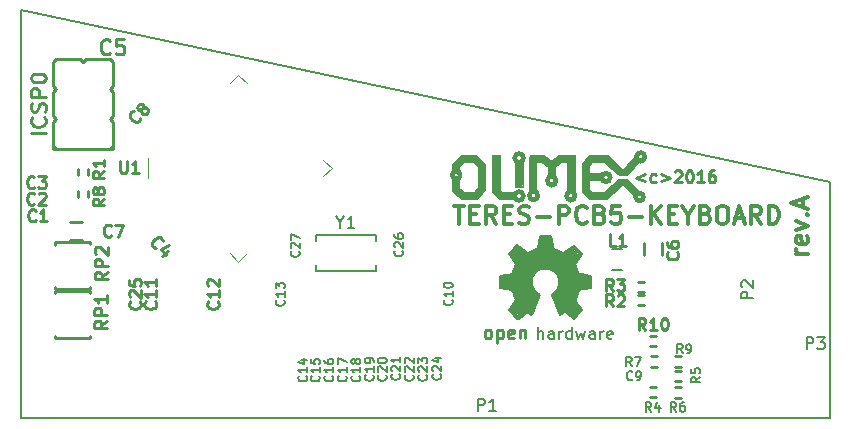
<source format=gbr>
G04 #@! TF.FileFunction,Legend,Top*
%FSLAX46Y46*%
G04 Gerber Fmt 4.6, Leading zero omitted, Abs format (unit mm)*
G04 Created by KiCad (PCBNEW 4.1.0-alpha+201608171232+7063~46~ubuntu14.04.1-product) date Tue Aug 30 16:53:00 2016*
%MOMM*%
%LPD*%
G01*
G04 APERTURE LIST*
%ADD10C,0.600000*%
%ADD11C,0.300000*%
%ADD12C,0.250000*%
%ADD13C,0.150000*%
%ADD14C,0.127000*%
%ADD15C,0.100000*%
%ADD16C,0.254000*%
%ADD17C,0.700000*%
%ADD18C,0.400000*%
%ADD19C,0.500000*%
%ADD20C,1.000000*%
%ADD21C,0.370000*%
%ADD22C,0.380000*%
%ADD23C,0.420000*%
%ADD24C,0.190500*%
%ADD25C,0.200000*%
%ADD26C,0.180000*%
G04 APERTURE END LIST*
D10*
D11*
X173652571Y-86141428D02*
X172652571Y-86141428D01*
X172938285Y-86141428D02*
X172795428Y-86070000D01*
X172724000Y-85998571D01*
X172652571Y-85855714D01*
X172652571Y-85712857D01*
X173581142Y-84641428D02*
X173652571Y-84784285D01*
X173652571Y-85070000D01*
X173581142Y-85212857D01*
X173438285Y-85284285D01*
X172866857Y-85284285D01*
X172724000Y-85212857D01*
X172652571Y-85070000D01*
X172652571Y-84784285D01*
X172724000Y-84641428D01*
X172866857Y-84570000D01*
X173009714Y-84570000D01*
X173152571Y-85284285D01*
X172652571Y-84070000D02*
X173652571Y-83712857D01*
X172652571Y-83355714D01*
X173509714Y-82784285D02*
X173581142Y-82712857D01*
X173652571Y-82784285D01*
X173581142Y-82855714D01*
X173509714Y-82784285D01*
X173652571Y-82784285D01*
X173224000Y-82141428D02*
X173224000Y-81427142D01*
X173652571Y-82284285D02*
X172152571Y-81784285D01*
X173652571Y-81284285D01*
D12*
X159828571Y-79385714D02*
X159066666Y-79671428D01*
X159828571Y-79957142D01*
X160733333Y-80004761D02*
X160638095Y-80052380D01*
X160447619Y-80052380D01*
X160352380Y-80004761D01*
X160304761Y-79957142D01*
X160257142Y-79861904D01*
X160257142Y-79576190D01*
X160304761Y-79480952D01*
X160352380Y-79433333D01*
X160447619Y-79385714D01*
X160638095Y-79385714D01*
X160733333Y-79433333D01*
X161161904Y-79385714D02*
X161923809Y-79671428D01*
X161161904Y-79957142D01*
X162352380Y-79147619D02*
X162400000Y-79100000D01*
X162495238Y-79052380D01*
X162733333Y-79052380D01*
X162828571Y-79100000D01*
X162876190Y-79147619D01*
X162923809Y-79242857D01*
X162923809Y-79338095D01*
X162876190Y-79480952D01*
X162304761Y-80052380D01*
X162923809Y-80052380D01*
X163542857Y-79052380D02*
X163638095Y-79052380D01*
X163733333Y-79100000D01*
X163780952Y-79147619D01*
X163828571Y-79242857D01*
X163876190Y-79433333D01*
X163876190Y-79671428D01*
X163828571Y-79861904D01*
X163780952Y-79957142D01*
X163733333Y-80004761D01*
X163638095Y-80052380D01*
X163542857Y-80052380D01*
X163447619Y-80004761D01*
X163400000Y-79957142D01*
X163352380Y-79861904D01*
X163304761Y-79671428D01*
X163304761Y-79433333D01*
X163352380Y-79242857D01*
X163400000Y-79147619D01*
X163447619Y-79100000D01*
X163542857Y-79052380D01*
X164828571Y-80052380D02*
X164257142Y-80052380D01*
X164542857Y-80052380D02*
X164542857Y-79052380D01*
X164447619Y-79195238D01*
X164352380Y-79290476D01*
X164257142Y-79338095D01*
X165685714Y-79052380D02*
X165495238Y-79052380D01*
X165400000Y-79100000D01*
X165352380Y-79147619D01*
X165257142Y-79290476D01*
X165209523Y-79480952D01*
X165209523Y-79861904D01*
X165257142Y-79957142D01*
X165304761Y-80004761D01*
X165400000Y-80052380D01*
X165590476Y-80052380D01*
X165685714Y-80004761D01*
X165733333Y-79957142D01*
X165780952Y-79861904D01*
X165780952Y-79623809D01*
X165733333Y-79528571D01*
X165685714Y-79480952D01*
X165590476Y-79433333D01*
X165400000Y-79433333D01*
X165304761Y-79480952D01*
X165257142Y-79528571D01*
X165209523Y-79623809D01*
D11*
X143678571Y-82046071D02*
X144535714Y-82046071D01*
X144107142Y-83546071D02*
X144107142Y-82046071D01*
X145035714Y-82760357D02*
X145535714Y-82760357D01*
X145750000Y-83546071D02*
X145035714Y-83546071D01*
X145035714Y-82046071D01*
X145750000Y-82046071D01*
X147250000Y-83546071D02*
X146750000Y-82831785D01*
X146392857Y-83546071D02*
X146392857Y-82046071D01*
X146964285Y-82046071D01*
X147107142Y-82117500D01*
X147178571Y-82188928D01*
X147250000Y-82331785D01*
X147250000Y-82546071D01*
X147178571Y-82688928D01*
X147107142Y-82760357D01*
X146964285Y-82831785D01*
X146392857Y-82831785D01*
X147892857Y-82760357D02*
X148392857Y-82760357D01*
X148607142Y-83546071D02*
X147892857Y-83546071D01*
X147892857Y-82046071D01*
X148607142Y-82046071D01*
X149178571Y-83474642D02*
X149392857Y-83546071D01*
X149750000Y-83546071D01*
X149892857Y-83474642D01*
X149964285Y-83403214D01*
X150035714Y-83260357D01*
X150035714Y-83117500D01*
X149964285Y-82974642D01*
X149892857Y-82903214D01*
X149750000Y-82831785D01*
X149464285Y-82760357D01*
X149321428Y-82688928D01*
X149250000Y-82617500D01*
X149178571Y-82474642D01*
X149178571Y-82331785D01*
X149250000Y-82188928D01*
X149321428Y-82117500D01*
X149464285Y-82046071D01*
X149821428Y-82046071D01*
X150035714Y-82117500D01*
X150678571Y-82974642D02*
X151821428Y-82974642D01*
X152535714Y-83546071D02*
X152535714Y-82046071D01*
X153107142Y-82046071D01*
X153250000Y-82117500D01*
X153321428Y-82188928D01*
X153392857Y-82331785D01*
X153392857Y-82546071D01*
X153321428Y-82688928D01*
X153250000Y-82760357D01*
X153107142Y-82831785D01*
X152535714Y-82831785D01*
X154892857Y-83403214D02*
X154821428Y-83474642D01*
X154607142Y-83546071D01*
X154464285Y-83546071D01*
X154250000Y-83474642D01*
X154107142Y-83331785D01*
X154035714Y-83188928D01*
X153964285Y-82903214D01*
X153964285Y-82688928D01*
X154035714Y-82403214D01*
X154107142Y-82260357D01*
X154250000Y-82117500D01*
X154464285Y-82046071D01*
X154607142Y-82046071D01*
X154821428Y-82117500D01*
X154892857Y-82188928D01*
X156035714Y-82760357D02*
X156250000Y-82831785D01*
X156321428Y-82903214D01*
X156392857Y-83046071D01*
X156392857Y-83260357D01*
X156321428Y-83403214D01*
X156250000Y-83474642D01*
X156107142Y-83546071D01*
X155535714Y-83546071D01*
X155535714Y-82046071D01*
X156035714Y-82046071D01*
X156178571Y-82117500D01*
X156250000Y-82188928D01*
X156321428Y-82331785D01*
X156321428Y-82474642D01*
X156250000Y-82617500D01*
X156178571Y-82688928D01*
X156035714Y-82760357D01*
X155535714Y-82760357D01*
X157750000Y-82046071D02*
X157035714Y-82046071D01*
X156964285Y-82760357D01*
X157035714Y-82688928D01*
X157178571Y-82617500D01*
X157535714Y-82617500D01*
X157678571Y-82688928D01*
X157750000Y-82760357D01*
X157821428Y-82903214D01*
X157821428Y-83260357D01*
X157750000Y-83403214D01*
X157678571Y-83474642D01*
X157535714Y-83546071D01*
X157178571Y-83546071D01*
X157035714Y-83474642D01*
X156964285Y-83403214D01*
X158464285Y-82974642D02*
X159607142Y-82974642D01*
X160321428Y-83546071D02*
X160321428Y-82046071D01*
X161178571Y-83546071D02*
X160535714Y-82688928D01*
X161178571Y-82046071D02*
X160321428Y-82903214D01*
X161821428Y-82760357D02*
X162321428Y-82760357D01*
X162535714Y-83546071D02*
X161821428Y-83546071D01*
X161821428Y-82046071D01*
X162535714Y-82046071D01*
X163464285Y-82831785D02*
X163464285Y-83546071D01*
X162964285Y-82046071D02*
X163464285Y-82831785D01*
X163964285Y-82046071D01*
X164964285Y-82760357D02*
X165178571Y-82831785D01*
X165250000Y-82903214D01*
X165321428Y-83046071D01*
X165321428Y-83260357D01*
X165250000Y-83403214D01*
X165178571Y-83474642D01*
X165035714Y-83546071D01*
X164464285Y-83546071D01*
X164464285Y-82046071D01*
X164964285Y-82046071D01*
X165107142Y-82117500D01*
X165178571Y-82188928D01*
X165250000Y-82331785D01*
X165250000Y-82474642D01*
X165178571Y-82617500D01*
X165107142Y-82688928D01*
X164964285Y-82760357D01*
X164464285Y-82760357D01*
X166250000Y-82046071D02*
X166535714Y-82046071D01*
X166678571Y-82117500D01*
X166821428Y-82260357D01*
X166892857Y-82546071D01*
X166892857Y-83046071D01*
X166821428Y-83331785D01*
X166678571Y-83474642D01*
X166535714Y-83546071D01*
X166250000Y-83546071D01*
X166107142Y-83474642D01*
X165964285Y-83331785D01*
X165892857Y-83046071D01*
X165892857Y-82546071D01*
X165964285Y-82260357D01*
X166107142Y-82117500D01*
X166250000Y-82046071D01*
X167464285Y-83117500D02*
X168178571Y-83117500D01*
X167321428Y-83546071D02*
X167821428Y-82046071D01*
X168321428Y-83546071D01*
X169678571Y-83546071D02*
X169178571Y-82831785D01*
X168821428Y-83546071D02*
X168821428Y-82046071D01*
X169392857Y-82046071D01*
X169535714Y-82117500D01*
X169607142Y-82188928D01*
X169678571Y-82331785D01*
X169678571Y-82546071D01*
X169607142Y-82688928D01*
X169535714Y-82760357D01*
X169392857Y-82831785D01*
X168821428Y-82831785D01*
X170321428Y-83546071D02*
X170321428Y-82046071D01*
X170678571Y-82046071D01*
X170892857Y-82117500D01*
X171035714Y-82260357D01*
X171107142Y-82403214D01*
X171178571Y-82688928D01*
X171178571Y-82903214D01*
X171107142Y-83188928D01*
X171035714Y-83331785D01*
X170892857Y-83474642D01*
X170678571Y-83546071D01*
X170321428Y-83546071D01*
D13*
X175514000Y-99999800D02*
X175514000Y-80010000D01*
X107010200Y-99999800D02*
X107010200Y-65506600D01*
X175514000Y-80010000D02*
X107010200Y-65506600D01*
X107010200Y-99999800D02*
X175514000Y-99999800D01*
D14*
X131960000Y-84984000D02*
X131960000Y-84476000D01*
X131960000Y-84476000D02*
X137040000Y-84476000D01*
X137040000Y-84476000D02*
X137040000Y-84984000D01*
X137040000Y-87016000D02*
X137040000Y-87524000D01*
X137040000Y-87524000D02*
X131960000Y-87524000D01*
X131960000Y-87524000D02*
X131960000Y-87016000D01*
D15*
X117749360Y-78001955D02*
X117749360Y-79699011D01*
X125386113Y-86770079D02*
X124679006Y-86062972D01*
X126093220Y-86062972D02*
X125386113Y-86770079D01*
X133305709Y-78850483D02*
X132598602Y-79557590D01*
X132598602Y-78143376D02*
X133305709Y-78850483D01*
X125386113Y-70930887D02*
X126093220Y-71637994D01*
X124679006Y-71637994D02*
X125386113Y-70930887D01*
D16*
X159733000Y-85217000D02*
X159733000Y-86233000D01*
X161257000Y-85217000D02*
X161257000Y-86233000D01*
X112141000Y-83439000D02*
X111125000Y-83439000D01*
X112141000Y-84963000D02*
X111125000Y-84963000D01*
X112270000Y-69904000D02*
X112524000Y-69650000D01*
X112524000Y-69650000D02*
X114556000Y-69650000D01*
X114556000Y-69650000D02*
X114810000Y-69904000D01*
X114810000Y-69904000D02*
X114810000Y-71936000D01*
X114810000Y-77016000D02*
X114556000Y-77270000D01*
X114810000Y-76762000D02*
X114810000Y-77270000D01*
X114810000Y-72444000D02*
X114810000Y-74476000D01*
X114810000Y-74476000D02*
X114556000Y-74730000D01*
X114556000Y-74730000D02*
X114810000Y-74984000D01*
X114810000Y-74984000D02*
X114810000Y-76762000D01*
X114810000Y-72444000D02*
X114556000Y-72190000D01*
X114556000Y-72190000D02*
X114810000Y-71936000D01*
X112270000Y-77270000D02*
X114810000Y-77270000D01*
X109730000Y-77270000D02*
X109730000Y-77016000D01*
X109984000Y-77270000D02*
X109730000Y-77016000D01*
X109730000Y-77270000D02*
X112270000Y-77270000D01*
X109730000Y-72444000D02*
X109984000Y-72190000D01*
X109730000Y-74476000D02*
X109730000Y-72444000D01*
X109984000Y-74730000D02*
X109730000Y-74476000D01*
X109730000Y-77016000D02*
X109730000Y-74984000D01*
X109730000Y-74984000D02*
X109984000Y-74730000D01*
X109984000Y-72190000D02*
X109730000Y-71936000D01*
X109730000Y-71936000D02*
X109730000Y-69904000D01*
X109730000Y-69904000D02*
X109984000Y-69650000D01*
X109984000Y-69650000D02*
X112016000Y-69650000D01*
X112016000Y-69650000D02*
X112270000Y-69904000D01*
D14*
X157015200Y-87503000D02*
X157853400Y-87503000D01*
X157015200Y-85725000D02*
X157853400Y-85725000D01*
D16*
X112687000Y-79146400D02*
X112687000Y-78892400D01*
X112687000Y-79146400D02*
X112687000Y-79400400D01*
X111798000Y-79146400D02*
X111798000Y-79400400D01*
X111798000Y-79146400D02*
X111798000Y-78892400D01*
X159449000Y-90444500D02*
X159703000Y-90444500D01*
X159449000Y-90444500D02*
X159195000Y-90444500D01*
X159449000Y-89555500D02*
X159195000Y-89555500D01*
X159449000Y-89555500D02*
X159703000Y-89555500D01*
X159449000Y-89369400D02*
X159703000Y-89369400D01*
X159449000Y-89369400D02*
X159195000Y-89369400D01*
X159449000Y-88480400D02*
X159195000Y-88480400D01*
X159449000Y-88480400D02*
X159703000Y-88480400D01*
X160529600Y-98269300D02*
X160783600Y-98269300D01*
X160529600Y-98269300D02*
X160275600Y-98269300D01*
X160529600Y-97380300D02*
X160275600Y-97380300D01*
X160529600Y-97380300D02*
X160783600Y-97380300D01*
X162603000Y-95996000D02*
X162349000Y-95996000D01*
X162603000Y-95996000D02*
X162857000Y-95996000D01*
X162603000Y-96885000D02*
X162857000Y-96885000D01*
X162603000Y-96885000D02*
X162349000Y-96885000D01*
X162603000Y-98282000D02*
X162857000Y-98282000D01*
X162603000Y-98282000D02*
X162349000Y-98282000D01*
X162603000Y-97393000D02*
X162349000Y-97393000D01*
X162603000Y-97393000D02*
X162857000Y-97393000D01*
X160631200Y-95678500D02*
X160885200Y-95678500D01*
X160631200Y-95678500D02*
X160377200Y-95678500D01*
X160631200Y-94789500D02*
X160377200Y-94789500D01*
X160631200Y-94789500D02*
X160885200Y-94789500D01*
X112706500Y-81004000D02*
X112706500Y-80750000D01*
X112706500Y-81004000D02*
X112706500Y-81258000D01*
X111817500Y-81004000D02*
X111817500Y-81258000D01*
X111817500Y-81004000D02*
X111817500Y-80750000D01*
X162596400Y-95691200D02*
X162850400Y-95691200D01*
X162596400Y-95691200D02*
X162342400Y-95691200D01*
X162596400Y-94802200D02*
X162342400Y-94802200D01*
X162596400Y-94802200D02*
X162850400Y-94802200D01*
X160500000Y-93055500D02*
X160246000Y-93055500D01*
X160500000Y-93055500D02*
X160754000Y-93055500D01*
X160500000Y-93944500D02*
X160754000Y-93944500D01*
X160500000Y-93944500D02*
X160246000Y-93944500D01*
X109880400Y-93243400D02*
X109880400Y-93027500D01*
X112826800Y-93243400D02*
X109880400Y-93243400D01*
X112826800Y-93052900D02*
X112826800Y-93243400D01*
X109880400Y-89230200D02*
X109880400Y-89446100D01*
X112826800Y-89255600D02*
X112826800Y-89433400D01*
X112826800Y-89242900D02*
X109880400Y-89242900D01*
X109905800Y-89128600D02*
X109905800Y-88912700D01*
X112852200Y-89128600D02*
X109905800Y-89128600D01*
X112852200Y-88938100D02*
X112852200Y-89128600D01*
X109905800Y-85115400D02*
X109905800Y-85331300D01*
X112852200Y-85140800D02*
X112852200Y-85318600D01*
X112852200Y-85128100D02*
X109905800Y-85128100D01*
D15*
X155244800Y-77736700D02*
X156616400Y-77736700D01*
X156616400Y-77736700D02*
X156667200Y-77736700D01*
X156667200Y-77736700D02*
X157924500Y-78981300D01*
X153720800Y-77851000D02*
X153822400Y-77851000D01*
X153873200Y-77787500D02*
X153873200Y-77774800D01*
X153873200Y-77774800D02*
X152577800Y-77774800D01*
X152577800Y-77774800D02*
X152552400Y-77774800D01*
X152552400Y-77774800D02*
X151930100Y-78270100D01*
X153873200Y-80797400D02*
X153873200Y-77787500D01*
X150215600Y-77838300D02*
X150139400Y-77838300D01*
X150063200Y-77774800D02*
X151307800Y-77774800D01*
X151307800Y-77774800D02*
X151892000Y-78257400D01*
X150063200Y-80772000D02*
X150063200Y-77787500D01*
X149326600Y-80365600D02*
X149415500Y-80365600D01*
X148983700Y-80365600D02*
X148920200Y-80365600D01*
X148844000Y-80429100D02*
X149453600Y-80429100D01*
X149453600Y-80429100D02*
X149479000Y-80429100D01*
X149479000Y-80429100D02*
X149479000Y-78409800D01*
X148844000Y-78409800D02*
X148844000Y-80429100D01*
X147345400Y-77800200D02*
X147459700Y-77800200D01*
X147218400Y-77724000D02*
X147523200Y-77724000D01*
X147523200Y-77724000D02*
X147523200Y-80759300D01*
X147040600Y-77812900D02*
X146977100Y-77800200D01*
X146926300Y-77724000D02*
X146913600Y-77724000D01*
X146913600Y-77724000D02*
X146900900Y-77724000D01*
X146900900Y-77724000D02*
X146900900Y-80873600D01*
X147205700Y-77724000D02*
X146926300Y-77724000D01*
D17*
X147205700Y-80797400D02*
X147205700Y-78066900D01*
X153543000Y-78079600D02*
X153543000Y-80683100D01*
X145427700Y-78066900D02*
X144424400Y-78066900D01*
X146050000Y-78676500D02*
X146050000Y-80606900D01*
X143827500Y-78714600D02*
X143827500Y-78955900D01*
X143827500Y-80683100D02*
X144411700Y-81254600D01*
X143840200Y-80695800D02*
X143840200Y-79933800D01*
X144399000Y-81254600D02*
X145440400Y-81254600D01*
D18*
X156887159Y-79641700D02*
G75*
G03X156887159Y-79641700I-359659J0D01*
G01*
D17*
X156019500Y-79641700D02*
X154800300Y-79641700D01*
D18*
X159820635Y-77901800D02*
G75*
G03X159820635Y-77901800I-359435J0D01*
G01*
D17*
X159092900Y-78257400D02*
X158229300Y-79151100D01*
D19*
X157670500Y-79248000D02*
X158229300Y-79248000D01*
D17*
X156552900Y-78066900D02*
X157645100Y-79133700D01*
X155331000Y-78066900D02*
X156552900Y-78066900D01*
X154800300Y-78549500D02*
X155282900Y-78041500D01*
X154800300Y-78574900D02*
X154800300Y-80810100D01*
X154800300Y-80810100D02*
X155232100Y-81241900D01*
X155232100Y-81241900D02*
X156552900Y-81241900D01*
X156552900Y-81241900D02*
X157695900Y-80124300D01*
D19*
X157695900Y-80022700D02*
X158229300Y-80022700D01*
D17*
X159042100Y-80937100D02*
X158203900Y-80124300D01*
D18*
X159701766Y-81292700D02*
G75*
G03X159701766Y-81292700I-329466J0D01*
G01*
X153906229Y-81203800D02*
G75*
G03X153906229Y-81203800I-363229J0D01*
G01*
D17*
X152641300Y-78092300D02*
X153530300Y-78092300D01*
D18*
X152301018Y-79921100D02*
G75*
G03X152301018Y-79921100I-370918J0D01*
G01*
D17*
X152006300Y-78600300D02*
X152641300Y-78092300D01*
X151930100Y-79387700D02*
X151930100Y-78676500D01*
X151218900Y-78092300D02*
X151828500Y-78600300D01*
X150380700Y-78092300D02*
X151218900Y-78092300D01*
X150380700Y-80683100D02*
X150380700Y-78092300D01*
D18*
X150753059Y-81191100D02*
G75*
G03X150753059Y-81191100I-359659J0D01*
G01*
X149547718Y-77990700D02*
G75*
G03X149547718Y-77990700I-373518J0D01*
G01*
D17*
X149161500Y-78524100D02*
X149161500Y-80124300D01*
D18*
X149527824Y-81216500D02*
G75*
G03X149527824Y-81216500I-366324J0D01*
G01*
D17*
X148648700Y-81241900D02*
X147662900Y-81241900D01*
X147662900Y-81241900D02*
X147205700Y-80784700D01*
X146037300Y-80645000D02*
X145478500Y-81229200D01*
X145427700Y-78079600D02*
X146062700Y-78689200D01*
X143827500Y-78663800D02*
X144335500Y-78155800D01*
D18*
X144177647Y-79438500D02*
G75*
G03X144177647Y-79438500I-337447J0D01*
G01*
D20*
X152563320Y-89666800D02*
X152896060Y-90398320D01*
X152563320Y-89758240D02*
X153744420Y-90771700D01*
X152677620Y-89621080D02*
X153294840Y-89948740D01*
X152997660Y-89201980D02*
X153607260Y-89308660D01*
X153833320Y-88043740D02*
X153111960Y-88191060D01*
X153592020Y-87350320D02*
X152936700Y-87716080D01*
X152723340Y-86481640D02*
X152304240Y-87068380D01*
X152136600Y-86230180D02*
X151915620Y-86915980D01*
X150871680Y-86214940D02*
X151039320Y-86824540D01*
X150437340Y-86474020D02*
X150612600Y-86832160D01*
X149439120Y-87251260D02*
X149896320Y-87540820D01*
X149263860Y-87731320D02*
X149705820Y-87891340D01*
X148938740Y-88975920D02*
X149644860Y-88848920D01*
X149187660Y-89621080D02*
X149751540Y-89141020D01*
X149853140Y-90520240D02*
X150218900Y-89758240D01*
X154643580Y-88467920D02*
X153175460Y-88554280D01*
X153652980Y-86283520D02*
X152540460Y-87350320D01*
X151387300Y-85226880D02*
X151392380Y-86740720D01*
X149126700Y-86202240D02*
X150188420Y-87309680D01*
X148141180Y-88488240D02*
X149558500Y-88427280D01*
X149177500Y-90692960D02*
X150030940Y-89671880D01*
D13*
X150193500Y-89262940D02*
X150500840Y-89529640D01*
X149863300Y-86349560D02*
X150846280Y-85856800D01*
X152042620Y-89854760D02*
X151920700Y-89570280D01*
X152179780Y-89400100D02*
X151925780Y-89565200D01*
X150678640Y-89397560D02*
X150904700Y-89572820D01*
X150310340Y-89283260D02*
X150569420Y-89621080D01*
X150086820Y-89062280D02*
X150180800Y-89232460D01*
X150086820Y-89062280D02*
X150180800Y-89232460D01*
X149949660Y-88208840D02*
X150081740Y-89031800D01*
X150373840Y-87472240D02*
X149954740Y-88203760D01*
X151245060Y-87042980D02*
X150373840Y-87472240D01*
X152060400Y-87210620D02*
X151245060Y-87050600D01*
X152570940Y-87639880D02*
X152060400Y-87210620D01*
X152804620Y-88312980D02*
X152570940Y-87639880D01*
X152799540Y-88818440D02*
X152799540Y-88300280D01*
X152423620Y-89529640D02*
X152799540Y-88818440D01*
X152245820Y-89651560D02*
X152423620Y-89529640D01*
X148974300Y-85630740D02*
X149858220Y-86352100D01*
X149218140Y-86984560D02*
X148616160Y-86075240D01*
X149213060Y-86979480D02*
X148826980Y-87977700D01*
X147683980Y-88246940D02*
X148799040Y-88000560D01*
X147826220Y-88191060D02*
X147826220Y-88841300D01*
X152202640Y-89593140D02*
X152730960Y-90974900D01*
X152593800Y-91272080D02*
X152207720Y-90291640D01*
X153122120Y-90944420D02*
X152593800Y-91272080D01*
X153805380Y-91277160D02*
X152984960Y-90748840D01*
X152941780Y-90972360D02*
X153818080Y-91592120D01*
X153828240Y-91587040D02*
X154511500Y-90896160D01*
X154224480Y-90812340D02*
X153739340Y-91343200D01*
X154257500Y-89176580D02*
X153876500Y-90157020D01*
X154153360Y-89209600D02*
X155276040Y-88998780D01*
X155291280Y-88020880D02*
X155288740Y-88978460D01*
X155207460Y-88762560D02*
X154100020Y-88986080D01*
X153904440Y-86992180D02*
X154270200Y-87860860D01*
X154519120Y-86110800D02*
X153815540Y-87101400D01*
X153820620Y-85412300D02*
X154514040Y-86103180D01*
X152804620Y-86087940D02*
X153815540Y-85414840D01*
X152118820Y-85701860D02*
X152924000Y-86039680D01*
X151902920Y-84612200D02*
X152128980Y-85783140D01*
X150937720Y-84612200D02*
X151902920Y-84612200D01*
X150927560Y-84619820D02*
X150726900Y-85645980D01*
X149939500Y-86014280D02*
X150843740Y-85635820D01*
X149004780Y-85366580D02*
X149975060Y-86082860D01*
X148318980Y-86082860D02*
X148992080Y-85369120D01*
X148339300Y-86118420D02*
X148933660Y-86971860D01*
X148600920Y-87802440D02*
X148936200Y-86969320D01*
X147531580Y-88000560D02*
X148702520Y-87797360D01*
X147534120Y-88003100D02*
X147534120Y-88988620D01*
X147534120Y-88996240D02*
X148606000Y-89191820D01*
X148296120Y-90903780D02*
X148893020Y-90040180D01*
X149025100Y-91599740D02*
X148303740Y-90906320D01*
X149858220Y-91028240D02*
X149032720Y-91592120D01*
X149870920Y-91038400D02*
X150216360Y-91259380D01*
X150254460Y-91241600D02*
X150904700Y-89572820D01*
D21*
X153820620Y-91432100D02*
X154374340Y-90886000D01*
X153754580Y-89991920D02*
X154374340Y-90878380D01*
X150498300Y-87594160D02*
G75*
G03X150574500Y-89448360I965200J-889000D01*
G01*
X152449020Y-87766880D02*
G75*
G03X150523700Y-87568760I-1061720J-863600D01*
G01*
X152068020Y-89616000D02*
G75*
G03X152438860Y-87751640I-746760J1117600D01*
G01*
X152631900Y-91058720D02*
X152057860Y-89618540D01*
X152969720Y-90873300D02*
X152631900Y-91058720D01*
X153805380Y-91439720D02*
X152969720Y-90873300D01*
X154160980Y-89080060D02*
X153754580Y-89991920D01*
X155174440Y-88909880D02*
X154160980Y-89080060D01*
X155174440Y-88074220D02*
X155174440Y-88909880D01*
X154092400Y-87845620D02*
X155174440Y-88074220D01*
X153752040Y-86908360D02*
X154092400Y-87845620D01*
X154369260Y-86118420D02*
X153752040Y-86908360D01*
X153815540Y-85569780D02*
X154369260Y-86115880D01*
X152911300Y-86202240D02*
X153815540Y-85567800D01*
X151996900Y-85757740D02*
X152898600Y-86207320D01*
X151783540Y-84739200D02*
X151996900Y-85757740D01*
X151016460Y-84718880D02*
X151801320Y-84718880D01*
X151024080Y-84731580D02*
X150818340Y-85745040D01*
X149919180Y-86171760D02*
X150765000Y-85765360D01*
X149030180Y-85529140D02*
X149858220Y-86181920D01*
D22*
X148481540Y-86087940D02*
X148981920Y-85554540D01*
D21*
X148491700Y-86110800D02*
X149047960Y-86961700D01*
X148720300Y-87878640D02*
X149068280Y-87012500D01*
X147671280Y-88094540D02*
X148689820Y-87914200D01*
D22*
X147683980Y-88107240D02*
X147678900Y-88894640D01*
D21*
X147673820Y-88884480D02*
X148623780Y-89102920D01*
X148651720Y-89125780D02*
X149009860Y-90009700D01*
X148476460Y-90886000D02*
X149009860Y-90052880D01*
D22*
X148461220Y-90886000D02*
X149025100Y-91424480D01*
D18*
X149037800Y-91424480D02*
X149817580Y-90893620D01*
D21*
X149827740Y-90875840D02*
X150145240Y-91081580D01*
D23*
X150173180Y-91061260D02*
X150724360Y-89638860D01*
D13*
X173505904Y-94178380D02*
X173505904Y-93178380D01*
X173886857Y-93178380D01*
X173982095Y-93226000D01*
X174029714Y-93273619D01*
X174077333Y-93368857D01*
X174077333Y-93511714D01*
X174029714Y-93606952D01*
X173982095Y-93654571D01*
X173886857Y-93702190D01*
X173505904Y-93702190D01*
X174410666Y-93178380D02*
X175029714Y-93178380D01*
X174696380Y-93559333D01*
X174839238Y-93559333D01*
X174934476Y-93606952D01*
X174982095Y-93654571D01*
X175029714Y-93749809D01*
X175029714Y-93987904D01*
X174982095Y-94083142D01*
X174934476Y-94130761D01*
X174839238Y-94178380D01*
X174553523Y-94178380D01*
X174458285Y-94130761D01*
X174410666Y-94083142D01*
X134023809Y-83436190D02*
X134023809Y-83912380D01*
X133690476Y-82912380D02*
X134023809Y-83436190D01*
X134357142Y-82912380D01*
X135214285Y-83912380D02*
X134642857Y-83912380D01*
X134928571Y-83912380D02*
X134928571Y-82912380D01*
X134833333Y-83055238D01*
X134738095Y-83150476D01*
X134642857Y-83198095D01*
D12*
X115379594Y-78255880D02*
X115379594Y-79065404D01*
X115427213Y-79160642D01*
X115474832Y-79208261D01*
X115570070Y-79255880D01*
X115760546Y-79255880D01*
X115855784Y-79208261D01*
X115903403Y-79160642D01*
X115951022Y-79065404D01*
X115951022Y-78255880D01*
X116951022Y-79255880D02*
X116379594Y-79255880D01*
X116665308Y-79255880D02*
X116665308Y-78255880D01*
X116570070Y-78398738D01*
X116474832Y-78493976D01*
X116379594Y-78541595D01*
X108233333Y-83257142D02*
X108185714Y-83304761D01*
X108042857Y-83352380D01*
X107947619Y-83352380D01*
X107804761Y-83304761D01*
X107709523Y-83209523D01*
X107661904Y-83114285D01*
X107614285Y-82923809D01*
X107614285Y-82780952D01*
X107661904Y-82590476D01*
X107709523Y-82495238D01*
X107804761Y-82400000D01*
X107947619Y-82352380D01*
X108042857Y-82352380D01*
X108185714Y-82400000D01*
X108233333Y-82447619D01*
X109185714Y-83352380D02*
X108614285Y-83352380D01*
X108900000Y-83352380D02*
X108900000Y-82352380D01*
X108804761Y-82495238D01*
X108709523Y-82590476D01*
X108614285Y-82638095D01*
X108133333Y-81857142D02*
X108085714Y-81904761D01*
X107942857Y-81952380D01*
X107847619Y-81952380D01*
X107704761Y-81904761D01*
X107609523Y-81809523D01*
X107561904Y-81714285D01*
X107514285Y-81523809D01*
X107514285Y-81380952D01*
X107561904Y-81190476D01*
X107609523Y-81095238D01*
X107704761Y-81000000D01*
X107847619Y-80952380D01*
X107942857Y-80952380D01*
X108085714Y-81000000D01*
X108133333Y-81047619D01*
X108514285Y-81047619D02*
X108561904Y-81000000D01*
X108657142Y-80952380D01*
X108895238Y-80952380D01*
X108990476Y-81000000D01*
X109038095Y-81047619D01*
X109085714Y-81142857D01*
X109085714Y-81238095D01*
X109038095Y-81380952D01*
X108466666Y-81952380D01*
X109085714Y-81952380D01*
X108133333Y-80457142D02*
X108085714Y-80504761D01*
X107942857Y-80552380D01*
X107847619Y-80552380D01*
X107704761Y-80504761D01*
X107609523Y-80409523D01*
X107561904Y-80314285D01*
X107514285Y-80123809D01*
X107514285Y-79980952D01*
X107561904Y-79790476D01*
X107609523Y-79695238D01*
X107704761Y-79600000D01*
X107847619Y-79552380D01*
X107942857Y-79552380D01*
X108085714Y-79600000D01*
X108133333Y-79647619D01*
X108466666Y-79552380D02*
X109085714Y-79552380D01*
X108752380Y-79933333D01*
X108895238Y-79933333D01*
X108990476Y-79980952D01*
X109038095Y-80028571D01*
X109085714Y-80123809D01*
X109085714Y-80361904D01*
X109038095Y-80457142D01*
X108990476Y-80504761D01*
X108895238Y-80552380D01*
X108609523Y-80552380D01*
X108514285Y-80504761D01*
X108466666Y-80457142D01*
X118429610Y-85634687D02*
X118362267Y-85634687D01*
X118227580Y-85567343D01*
X118160236Y-85500000D01*
X118092893Y-85365312D01*
X118092893Y-85230625D01*
X118126564Y-85129610D01*
X118227580Y-84961251D01*
X118328595Y-84860236D01*
X118496954Y-84759221D01*
X118597969Y-84725549D01*
X118732656Y-84725549D01*
X118867343Y-84792893D01*
X118934687Y-84860236D01*
X119002030Y-84994923D01*
X119002030Y-85062267D01*
X119439763Y-85836717D02*
X118968358Y-86308122D01*
X119540778Y-85398984D02*
X118867343Y-85735702D01*
X119305076Y-86173435D01*
D16*
X114532833Y-69097071D02*
X114472357Y-69157547D01*
X114290928Y-69218023D01*
X114169976Y-69218023D01*
X113988547Y-69157547D01*
X113867595Y-69036595D01*
X113807119Y-68915642D01*
X113746642Y-68673738D01*
X113746642Y-68492309D01*
X113807119Y-68250404D01*
X113867595Y-68129452D01*
X113988547Y-68008500D01*
X114169976Y-67948023D01*
X114290928Y-67948023D01*
X114472357Y-68008500D01*
X114532833Y-68068976D01*
X115681880Y-67948023D02*
X115077119Y-67948023D01*
X115016642Y-68552785D01*
X115077119Y-68492309D01*
X115198071Y-68431833D01*
X115500452Y-68431833D01*
X115621404Y-68492309D01*
X115681880Y-68552785D01*
X115742357Y-68673738D01*
X115742357Y-68976119D01*
X115681880Y-69097071D01*
X115621404Y-69157547D01*
X115500452Y-69218023D01*
X115198071Y-69218023D01*
X115077119Y-69157547D01*
X115016642Y-69097071D01*
D12*
X162557142Y-85966666D02*
X162604761Y-86014285D01*
X162652380Y-86157142D01*
X162652380Y-86252380D01*
X162604761Y-86395238D01*
X162509523Y-86490476D01*
X162414285Y-86538095D01*
X162223809Y-86585714D01*
X162080952Y-86585714D01*
X161890476Y-86538095D01*
X161795238Y-86490476D01*
X161700000Y-86395238D01*
X161652380Y-86252380D01*
X161652380Y-86157142D01*
X161700000Y-86014285D01*
X161747619Y-85966666D01*
X161652380Y-85109523D02*
X161652380Y-85300000D01*
X161700000Y-85395238D01*
X161747619Y-85442857D01*
X161890476Y-85538095D01*
X162080952Y-85585714D01*
X162461904Y-85585714D01*
X162557142Y-85538095D01*
X162604761Y-85490476D01*
X162652380Y-85395238D01*
X162652380Y-85204761D01*
X162604761Y-85109523D01*
X162557142Y-85061904D01*
X162461904Y-85014285D01*
X162223809Y-85014285D01*
X162128571Y-85061904D01*
X162080952Y-85109523D01*
X162033333Y-85204761D01*
X162033333Y-85395238D01*
X162080952Y-85490476D01*
X162128571Y-85538095D01*
X162223809Y-85585714D01*
X114633333Y-84557142D02*
X114585714Y-84604761D01*
X114442857Y-84652380D01*
X114347619Y-84652380D01*
X114204761Y-84604761D01*
X114109523Y-84509523D01*
X114061904Y-84414285D01*
X114014285Y-84223809D01*
X114014285Y-84080952D01*
X114061904Y-83890476D01*
X114109523Y-83795238D01*
X114204761Y-83700000D01*
X114347619Y-83652380D01*
X114442857Y-83652380D01*
X114585714Y-83700000D01*
X114633333Y-83747619D01*
X114966666Y-83652380D02*
X115633333Y-83652380D01*
X115204761Y-84652380D01*
X117101687Y-74601890D02*
X117101687Y-74669233D01*
X117034343Y-74803920D01*
X116967000Y-74871264D01*
X116832312Y-74938607D01*
X116697625Y-74938607D01*
X116596610Y-74904936D01*
X116428251Y-74803920D01*
X116327236Y-74702905D01*
X116226221Y-74534546D01*
X116192549Y-74433531D01*
X116192549Y-74298844D01*
X116259893Y-74164157D01*
X116327236Y-74096813D01*
X116461923Y-74029470D01*
X116529267Y-74029470D01*
X117169030Y-73861111D02*
X117068015Y-73894783D01*
X117000671Y-73894783D01*
X116899656Y-73861111D01*
X116865984Y-73827439D01*
X116832312Y-73726424D01*
X116832312Y-73659081D01*
X116865984Y-73558065D01*
X117000671Y-73423378D01*
X117101687Y-73389707D01*
X117169030Y-73389707D01*
X117270045Y-73423378D01*
X117303717Y-73457050D01*
X117337389Y-73558065D01*
X117337389Y-73625409D01*
X117303717Y-73726424D01*
X117169030Y-73861111D01*
X117135358Y-73962126D01*
X117135358Y-74029470D01*
X117169030Y-74130485D01*
X117303717Y-74265172D01*
X117404732Y-74298844D01*
X117472076Y-74298844D01*
X117573091Y-74265172D01*
X117707778Y-74130485D01*
X117741450Y-74029470D01*
X117741450Y-73962126D01*
X117707778Y-73861111D01*
X117573091Y-73726424D01*
X117472076Y-73692752D01*
X117404732Y-73692752D01*
X117303717Y-73726424D01*
D24*
X158750000Y-96728642D02*
X158713714Y-96764928D01*
X158604857Y-96801214D01*
X158532285Y-96801214D01*
X158423428Y-96764928D01*
X158350857Y-96692357D01*
X158314571Y-96619785D01*
X158278285Y-96474642D01*
X158278285Y-96365785D01*
X158314571Y-96220642D01*
X158350857Y-96148071D01*
X158423428Y-96075500D01*
X158532285Y-96039214D01*
X158604857Y-96039214D01*
X158713714Y-96075500D01*
X158750000Y-96111785D01*
X159112857Y-96801214D02*
X159258000Y-96801214D01*
X159330571Y-96764928D01*
X159366857Y-96728642D01*
X159439428Y-96619785D01*
X159475714Y-96474642D01*
X159475714Y-96184357D01*
X159439428Y-96111785D01*
X159403142Y-96075500D01*
X159330571Y-96039214D01*
X159185428Y-96039214D01*
X159112857Y-96075500D01*
X159076571Y-96111785D01*
X159040285Y-96184357D01*
X159040285Y-96365785D01*
X159076571Y-96438357D01*
X159112857Y-96474642D01*
X159185428Y-96510928D01*
X159330571Y-96510928D01*
X159403142Y-96474642D01*
X159439428Y-96438357D01*
X159475714Y-96365785D01*
X143464642Y-89989857D02*
X143500928Y-90026142D01*
X143537214Y-90135000D01*
X143537214Y-90207571D01*
X143500928Y-90316428D01*
X143428357Y-90389000D01*
X143355785Y-90425285D01*
X143210642Y-90461571D01*
X143101785Y-90461571D01*
X142956642Y-90425285D01*
X142884071Y-90389000D01*
X142811500Y-90316428D01*
X142775214Y-90207571D01*
X142775214Y-90135000D01*
X142811500Y-90026142D01*
X142847785Y-89989857D01*
X143537214Y-89264142D02*
X143537214Y-89699571D01*
X143537214Y-89481857D02*
X142775214Y-89481857D01*
X142884071Y-89554428D01*
X142956642Y-89627000D01*
X142992928Y-89699571D01*
X142775214Y-88792428D02*
X142775214Y-88719857D01*
X142811500Y-88647285D01*
X142847785Y-88611000D01*
X142920357Y-88574714D01*
X143065500Y-88538428D01*
X143246928Y-88538428D01*
X143392071Y-88574714D01*
X143464642Y-88611000D01*
X143500928Y-88647285D01*
X143537214Y-88719857D01*
X143537214Y-88792428D01*
X143500928Y-88865000D01*
X143464642Y-88901285D01*
X143392071Y-88937571D01*
X143246928Y-88973857D01*
X143065500Y-88973857D01*
X142920357Y-88937571D01*
X142847785Y-88901285D01*
X142811500Y-88865000D01*
X142775214Y-88792428D01*
D12*
X118357142Y-90142857D02*
X118404761Y-90190476D01*
X118452380Y-90333333D01*
X118452380Y-90428571D01*
X118404761Y-90571428D01*
X118309523Y-90666666D01*
X118214285Y-90714285D01*
X118023809Y-90761904D01*
X117880952Y-90761904D01*
X117690476Y-90714285D01*
X117595238Y-90666666D01*
X117500000Y-90571428D01*
X117452380Y-90428571D01*
X117452380Y-90333333D01*
X117500000Y-90190476D01*
X117547619Y-90142857D01*
X118452380Y-89190476D02*
X118452380Y-89761904D01*
X118452380Y-89476190D02*
X117452380Y-89476190D01*
X117595238Y-89571428D01*
X117690476Y-89666666D01*
X117738095Y-89761904D01*
X118452380Y-88238095D02*
X118452380Y-88809523D01*
X118452380Y-88523809D02*
X117452380Y-88523809D01*
X117595238Y-88619047D01*
X117690476Y-88714285D01*
X117738095Y-88809523D01*
X123657142Y-90142857D02*
X123704761Y-90190476D01*
X123752380Y-90333333D01*
X123752380Y-90428571D01*
X123704761Y-90571428D01*
X123609523Y-90666666D01*
X123514285Y-90714285D01*
X123323809Y-90761904D01*
X123180952Y-90761904D01*
X122990476Y-90714285D01*
X122895238Y-90666666D01*
X122800000Y-90571428D01*
X122752380Y-90428571D01*
X122752380Y-90333333D01*
X122800000Y-90190476D01*
X122847619Y-90142857D01*
X123752380Y-89190476D02*
X123752380Y-89761904D01*
X123752380Y-89476190D02*
X122752380Y-89476190D01*
X122895238Y-89571428D01*
X122990476Y-89666666D01*
X123038095Y-89761904D01*
X122847619Y-88809523D02*
X122800000Y-88761904D01*
X122752380Y-88666666D01*
X122752380Y-88428571D01*
X122800000Y-88333333D01*
X122847619Y-88285714D01*
X122942857Y-88238095D01*
X123038095Y-88238095D01*
X123180952Y-88285714D01*
X123752380Y-88857142D01*
X123752380Y-88238095D01*
D24*
X129240642Y-90024857D02*
X129276928Y-90061142D01*
X129313214Y-90170000D01*
X129313214Y-90242571D01*
X129276928Y-90351428D01*
X129204357Y-90424000D01*
X129131785Y-90460285D01*
X128986642Y-90496571D01*
X128877785Y-90496571D01*
X128732642Y-90460285D01*
X128660071Y-90424000D01*
X128587500Y-90351428D01*
X128551214Y-90242571D01*
X128551214Y-90170000D01*
X128587500Y-90061142D01*
X128623785Y-90024857D01*
X129313214Y-89299142D02*
X129313214Y-89734571D01*
X129313214Y-89516857D02*
X128551214Y-89516857D01*
X128660071Y-89589428D01*
X128732642Y-89662000D01*
X128768928Y-89734571D01*
X128551214Y-89045142D02*
X128551214Y-88573428D01*
X128841500Y-88827428D01*
X128841500Y-88718571D01*
X128877785Y-88646000D01*
X128914071Y-88609714D01*
X128986642Y-88573428D01*
X129168071Y-88573428D01*
X129240642Y-88609714D01*
X129276928Y-88646000D01*
X129313214Y-88718571D01*
X129313214Y-88936285D01*
X129276928Y-89008857D01*
X129240642Y-89045142D01*
X131145642Y-96438357D02*
X131181928Y-96474642D01*
X131218214Y-96583500D01*
X131218214Y-96656071D01*
X131181928Y-96764928D01*
X131109357Y-96837500D01*
X131036785Y-96873785D01*
X130891642Y-96910071D01*
X130782785Y-96910071D01*
X130637642Y-96873785D01*
X130565071Y-96837500D01*
X130492500Y-96764928D01*
X130456214Y-96656071D01*
X130456214Y-96583500D01*
X130492500Y-96474642D01*
X130528785Y-96438357D01*
X131218214Y-95712642D02*
X131218214Y-96148071D01*
X131218214Y-95930357D02*
X130456214Y-95930357D01*
X130565071Y-96002928D01*
X130637642Y-96075500D01*
X130673928Y-96148071D01*
X130710214Y-95059500D02*
X131218214Y-95059500D01*
X130419928Y-95240928D02*
X130964214Y-95422357D01*
X130964214Y-94950642D01*
X132225142Y-96438357D02*
X132261428Y-96474642D01*
X132297714Y-96583500D01*
X132297714Y-96656071D01*
X132261428Y-96764928D01*
X132188857Y-96837500D01*
X132116285Y-96873785D01*
X131971142Y-96910071D01*
X131862285Y-96910071D01*
X131717142Y-96873785D01*
X131644571Y-96837500D01*
X131572000Y-96764928D01*
X131535714Y-96656071D01*
X131535714Y-96583500D01*
X131572000Y-96474642D01*
X131608285Y-96438357D01*
X132297714Y-95712642D02*
X132297714Y-96148071D01*
X132297714Y-95930357D02*
X131535714Y-95930357D01*
X131644571Y-96002928D01*
X131717142Y-96075500D01*
X131753428Y-96148071D01*
X131535714Y-95023214D02*
X131535714Y-95386071D01*
X131898571Y-95422357D01*
X131862285Y-95386071D01*
X131826000Y-95313500D01*
X131826000Y-95132071D01*
X131862285Y-95059500D01*
X131898571Y-95023214D01*
X131971142Y-94986928D01*
X132152571Y-94986928D01*
X132225142Y-95023214D01*
X132261428Y-95059500D01*
X132297714Y-95132071D01*
X132297714Y-95313500D01*
X132261428Y-95386071D01*
X132225142Y-95422357D01*
X133368142Y-96438357D02*
X133404428Y-96474642D01*
X133440714Y-96583500D01*
X133440714Y-96656071D01*
X133404428Y-96764928D01*
X133331857Y-96837500D01*
X133259285Y-96873785D01*
X133114142Y-96910071D01*
X133005285Y-96910071D01*
X132860142Y-96873785D01*
X132787571Y-96837500D01*
X132715000Y-96764928D01*
X132678714Y-96656071D01*
X132678714Y-96583500D01*
X132715000Y-96474642D01*
X132751285Y-96438357D01*
X133440714Y-95712642D02*
X133440714Y-96148071D01*
X133440714Y-95930357D02*
X132678714Y-95930357D01*
X132787571Y-96002928D01*
X132860142Y-96075500D01*
X132896428Y-96148071D01*
X132678714Y-95059500D02*
X132678714Y-95204642D01*
X132715000Y-95277214D01*
X132751285Y-95313500D01*
X132860142Y-95386071D01*
X133005285Y-95422357D01*
X133295571Y-95422357D01*
X133368142Y-95386071D01*
X133404428Y-95349785D01*
X133440714Y-95277214D01*
X133440714Y-95132071D01*
X133404428Y-95059500D01*
X133368142Y-95023214D01*
X133295571Y-94986928D01*
X133114142Y-94986928D01*
X133041571Y-95023214D01*
X133005285Y-95059500D01*
X132969000Y-95132071D01*
X132969000Y-95277214D01*
X133005285Y-95349785D01*
X133041571Y-95386071D01*
X133114142Y-95422357D01*
X134511142Y-96438357D02*
X134547428Y-96474642D01*
X134583714Y-96583500D01*
X134583714Y-96656071D01*
X134547428Y-96764928D01*
X134474857Y-96837500D01*
X134402285Y-96873785D01*
X134257142Y-96910071D01*
X134148285Y-96910071D01*
X134003142Y-96873785D01*
X133930571Y-96837500D01*
X133858000Y-96764928D01*
X133821714Y-96656071D01*
X133821714Y-96583500D01*
X133858000Y-96474642D01*
X133894285Y-96438357D01*
X134583714Y-95712642D02*
X134583714Y-96148071D01*
X134583714Y-95930357D02*
X133821714Y-95930357D01*
X133930571Y-96002928D01*
X134003142Y-96075500D01*
X134039428Y-96148071D01*
X133821714Y-95458642D02*
X133821714Y-94950642D01*
X134583714Y-95277214D01*
X135654142Y-96438357D02*
X135690428Y-96474642D01*
X135726714Y-96583500D01*
X135726714Y-96656071D01*
X135690428Y-96764928D01*
X135617857Y-96837500D01*
X135545285Y-96873785D01*
X135400142Y-96910071D01*
X135291285Y-96910071D01*
X135146142Y-96873785D01*
X135073571Y-96837500D01*
X135001000Y-96764928D01*
X134964714Y-96656071D01*
X134964714Y-96583500D01*
X135001000Y-96474642D01*
X135037285Y-96438357D01*
X135726714Y-95712642D02*
X135726714Y-96148071D01*
X135726714Y-95930357D02*
X134964714Y-95930357D01*
X135073571Y-96002928D01*
X135146142Y-96075500D01*
X135182428Y-96148071D01*
X135291285Y-95277214D02*
X135255000Y-95349785D01*
X135218714Y-95386071D01*
X135146142Y-95422357D01*
X135109857Y-95422357D01*
X135037285Y-95386071D01*
X135001000Y-95349785D01*
X134964714Y-95277214D01*
X134964714Y-95132071D01*
X135001000Y-95059500D01*
X135037285Y-95023214D01*
X135109857Y-94986928D01*
X135146142Y-94986928D01*
X135218714Y-95023214D01*
X135255000Y-95059500D01*
X135291285Y-95132071D01*
X135291285Y-95277214D01*
X135327571Y-95349785D01*
X135363857Y-95386071D01*
X135436428Y-95422357D01*
X135581571Y-95422357D01*
X135654142Y-95386071D01*
X135690428Y-95349785D01*
X135726714Y-95277214D01*
X135726714Y-95132071D01*
X135690428Y-95059500D01*
X135654142Y-95023214D01*
X135581571Y-94986928D01*
X135436428Y-94986928D01*
X135363857Y-95023214D01*
X135327571Y-95059500D01*
X135291285Y-95132071D01*
X136797142Y-96374857D02*
X136833428Y-96411142D01*
X136869714Y-96520000D01*
X136869714Y-96592571D01*
X136833428Y-96701428D01*
X136760857Y-96774000D01*
X136688285Y-96810285D01*
X136543142Y-96846571D01*
X136434285Y-96846571D01*
X136289142Y-96810285D01*
X136216571Y-96774000D01*
X136144000Y-96701428D01*
X136107714Y-96592571D01*
X136107714Y-96520000D01*
X136144000Y-96411142D01*
X136180285Y-96374857D01*
X136869714Y-95649142D02*
X136869714Y-96084571D01*
X136869714Y-95866857D02*
X136107714Y-95866857D01*
X136216571Y-95939428D01*
X136289142Y-96012000D01*
X136325428Y-96084571D01*
X136869714Y-95286285D02*
X136869714Y-95141142D01*
X136833428Y-95068571D01*
X136797142Y-95032285D01*
X136688285Y-94959714D01*
X136543142Y-94923428D01*
X136252857Y-94923428D01*
X136180285Y-94959714D01*
X136144000Y-94996000D01*
X136107714Y-95068571D01*
X136107714Y-95213714D01*
X136144000Y-95286285D01*
X136180285Y-95322571D01*
X136252857Y-95358857D01*
X136434285Y-95358857D01*
X136506857Y-95322571D01*
X136543142Y-95286285D01*
X136579428Y-95213714D01*
X136579428Y-95068571D01*
X136543142Y-94996000D01*
X136506857Y-94959714D01*
X136434285Y-94923428D01*
X137876642Y-96374857D02*
X137912928Y-96411142D01*
X137949214Y-96520000D01*
X137949214Y-96592571D01*
X137912928Y-96701428D01*
X137840357Y-96774000D01*
X137767785Y-96810285D01*
X137622642Y-96846571D01*
X137513785Y-96846571D01*
X137368642Y-96810285D01*
X137296071Y-96774000D01*
X137223500Y-96701428D01*
X137187214Y-96592571D01*
X137187214Y-96520000D01*
X137223500Y-96411142D01*
X137259785Y-96374857D01*
X137259785Y-96084571D02*
X137223500Y-96048285D01*
X137187214Y-95975714D01*
X137187214Y-95794285D01*
X137223500Y-95721714D01*
X137259785Y-95685428D01*
X137332357Y-95649142D01*
X137404928Y-95649142D01*
X137513785Y-95685428D01*
X137949214Y-96120857D01*
X137949214Y-95649142D01*
X137187214Y-95177428D02*
X137187214Y-95104857D01*
X137223500Y-95032285D01*
X137259785Y-94996000D01*
X137332357Y-94959714D01*
X137477500Y-94923428D01*
X137658928Y-94923428D01*
X137804071Y-94959714D01*
X137876642Y-94996000D01*
X137912928Y-95032285D01*
X137949214Y-95104857D01*
X137949214Y-95177428D01*
X137912928Y-95250000D01*
X137876642Y-95286285D01*
X137804071Y-95322571D01*
X137658928Y-95358857D01*
X137477500Y-95358857D01*
X137332357Y-95322571D01*
X137259785Y-95286285D01*
X137223500Y-95250000D01*
X137187214Y-95177428D01*
X139019642Y-96311357D02*
X139055928Y-96347642D01*
X139092214Y-96456500D01*
X139092214Y-96529071D01*
X139055928Y-96637928D01*
X138983357Y-96710500D01*
X138910785Y-96746785D01*
X138765642Y-96783071D01*
X138656785Y-96783071D01*
X138511642Y-96746785D01*
X138439071Y-96710500D01*
X138366500Y-96637928D01*
X138330214Y-96529071D01*
X138330214Y-96456500D01*
X138366500Y-96347642D01*
X138402785Y-96311357D01*
X138402785Y-96021071D02*
X138366500Y-95984785D01*
X138330214Y-95912214D01*
X138330214Y-95730785D01*
X138366500Y-95658214D01*
X138402785Y-95621928D01*
X138475357Y-95585642D01*
X138547928Y-95585642D01*
X138656785Y-95621928D01*
X139092214Y-96057357D01*
X139092214Y-95585642D01*
X139092214Y-94859928D02*
X139092214Y-95295357D01*
X139092214Y-95077642D02*
X138330214Y-95077642D01*
X138439071Y-95150214D01*
X138511642Y-95222785D01*
X138547928Y-95295357D01*
X140162642Y-96374857D02*
X140198928Y-96411142D01*
X140235214Y-96520000D01*
X140235214Y-96592571D01*
X140198928Y-96701428D01*
X140126357Y-96774000D01*
X140053785Y-96810285D01*
X139908642Y-96846571D01*
X139799785Y-96846571D01*
X139654642Y-96810285D01*
X139582071Y-96774000D01*
X139509500Y-96701428D01*
X139473214Y-96592571D01*
X139473214Y-96520000D01*
X139509500Y-96411142D01*
X139545785Y-96374857D01*
X139545785Y-96084571D02*
X139509500Y-96048285D01*
X139473214Y-95975714D01*
X139473214Y-95794285D01*
X139509500Y-95721714D01*
X139545785Y-95685428D01*
X139618357Y-95649142D01*
X139690928Y-95649142D01*
X139799785Y-95685428D01*
X140235214Y-96120857D01*
X140235214Y-95649142D01*
X139545785Y-95358857D02*
X139509500Y-95322571D01*
X139473214Y-95250000D01*
X139473214Y-95068571D01*
X139509500Y-94996000D01*
X139545785Y-94959714D01*
X139618357Y-94923428D01*
X139690928Y-94923428D01*
X139799785Y-94959714D01*
X140235214Y-95395142D01*
X140235214Y-94923428D01*
X141305642Y-96374857D02*
X141341928Y-96411142D01*
X141378214Y-96520000D01*
X141378214Y-96592571D01*
X141341928Y-96701428D01*
X141269357Y-96774000D01*
X141196785Y-96810285D01*
X141051642Y-96846571D01*
X140942785Y-96846571D01*
X140797642Y-96810285D01*
X140725071Y-96774000D01*
X140652500Y-96701428D01*
X140616214Y-96592571D01*
X140616214Y-96520000D01*
X140652500Y-96411142D01*
X140688785Y-96374857D01*
X140688785Y-96084571D02*
X140652500Y-96048285D01*
X140616214Y-95975714D01*
X140616214Y-95794285D01*
X140652500Y-95721714D01*
X140688785Y-95685428D01*
X140761357Y-95649142D01*
X140833928Y-95649142D01*
X140942785Y-95685428D01*
X141378214Y-96120857D01*
X141378214Y-95649142D01*
X140616214Y-95395142D02*
X140616214Y-94923428D01*
X140906500Y-95177428D01*
X140906500Y-95068571D01*
X140942785Y-94996000D01*
X140979071Y-94959714D01*
X141051642Y-94923428D01*
X141233071Y-94923428D01*
X141305642Y-94959714D01*
X141341928Y-94996000D01*
X141378214Y-95068571D01*
X141378214Y-95286285D01*
X141341928Y-95358857D01*
X141305642Y-95395142D01*
X142512142Y-96311357D02*
X142548428Y-96347642D01*
X142584714Y-96456500D01*
X142584714Y-96529071D01*
X142548428Y-96637928D01*
X142475857Y-96710500D01*
X142403285Y-96746785D01*
X142258142Y-96783071D01*
X142149285Y-96783071D01*
X142004142Y-96746785D01*
X141931571Y-96710500D01*
X141859000Y-96637928D01*
X141822714Y-96529071D01*
X141822714Y-96456500D01*
X141859000Y-96347642D01*
X141895285Y-96311357D01*
X141895285Y-96021071D02*
X141859000Y-95984785D01*
X141822714Y-95912214D01*
X141822714Y-95730785D01*
X141859000Y-95658214D01*
X141895285Y-95621928D01*
X141967857Y-95585642D01*
X142040428Y-95585642D01*
X142149285Y-95621928D01*
X142584714Y-96057357D01*
X142584714Y-95585642D01*
X142076714Y-94932500D02*
X142584714Y-94932500D01*
X141786428Y-95113928D02*
X142330714Y-95295357D01*
X142330714Y-94823642D01*
D12*
X117057142Y-90142857D02*
X117104761Y-90190476D01*
X117152380Y-90333333D01*
X117152380Y-90428571D01*
X117104761Y-90571428D01*
X117009523Y-90666666D01*
X116914285Y-90714285D01*
X116723809Y-90761904D01*
X116580952Y-90761904D01*
X116390476Y-90714285D01*
X116295238Y-90666666D01*
X116200000Y-90571428D01*
X116152380Y-90428571D01*
X116152380Y-90333333D01*
X116200000Y-90190476D01*
X116247619Y-90142857D01*
X116247619Y-89761904D02*
X116200000Y-89714285D01*
X116152380Y-89619047D01*
X116152380Y-89380952D01*
X116200000Y-89285714D01*
X116247619Y-89238095D01*
X116342857Y-89190476D01*
X116438095Y-89190476D01*
X116580952Y-89238095D01*
X117152380Y-89809523D01*
X117152380Y-89190476D01*
X116152380Y-88285714D02*
X116152380Y-88761904D01*
X116628571Y-88809523D01*
X116580952Y-88761904D01*
X116533333Y-88666666D01*
X116533333Y-88428571D01*
X116580952Y-88333333D01*
X116628571Y-88285714D01*
X116723809Y-88238095D01*
X116961904Y-88238095D01*
X117057142Y-88285714D01*
X117104761Y-88333333D01*
X117152380Y-88428571D01*
X117152380Y-88666666D01*
X117104761Y-88761904D01*
X117057142Y-88809523D01*
D24*
X139273642Y-85833857D02*
X139309928Y-85870142D01*
X139346214Y-85979000D01*
X139346214Y-86051571D01*
X139309928Y-86160428D01*
X139237357Y-86233000D01*
X139164785Y-86269285D01*
X139019642Y-86305571D01*
X138910785Y-86305571D01*
X138765642Y-86269285D01*
X138693071Y-86233000D01*
X138620500Y-86160428D01*
X138584214Y-86051571D01*
X138584214Y-85979000D01*
X138620500Y-85870142D01*
X138656785Y-85833857D01*
X138656785Y-85543571D02*
X138620500Y-85507285D01*
X138584214Y-85434714D01*
X138584214Y-85253285D01*
X138620500Y-85180714D01*
X138656785Y-85144428D01*
X138729357Y-85108142D01*
X138801928Y-85108142D01*
X138910785Y-85144428D01*
X139346214Y-85579857D01*
X139346214Y-85108142D01*
X138584214Y-84455000D02*
X138584214Y-84600142D01*
X138620500Y-84672714D01*
X138656785Y-84709000D01*
X138765642Y-84781571D01*
X138910785Y-84817857D01*
X139201071Y-84817857D01*
X139273642Y-84781571D01*
X139309928Y-84745285D01*
X139346214Y-84672714D01*
X139346214Y-84527571D01*
X139309928Y-84455000D01*
X139273642Y-84418714D01*
X139201071Y-84382428D01*
X139019642Y-84382428D01*
X138947071Y-84418714D01*
X138910785Y-84455000D01*
X138874500Y-84527571D01*
X138874500Y-84672714D01*
X138910785Y-84745285D01*
X138947071Y-84781571D01*
X139019642Y-84817857D01*
X130510642Y-85897357D02*
X130546928Y-85933642D01*
X130583214Y-86042500D01*
X130583214Y-86115071D01*
X130546928Y-86223928D01*
X130474357Y-86296500D01*
X130401785Y-86332785D01*
X130256642Y-86369071D01*
X130147785Y-86369071D01*
X130002642Y-86332785D01*
X129930071Y-86296500D01*
X129857500Y-86223928D01*
X129821214Y-86115071D01*
X129821214Y-86042500D01*
X129857500Y-85933642D01*
X129893785Y-85897357D01*
X129893785Y-85607071D02*
X129857500Y-85570785D01*
X129821214Y-85498214D01*
X129821214Y-85316785D01*
X129857500Y-85244214D01*
X129893785Y-85207928D01*
X129966357Y-85171642D01*
X130038928Y-85171642D01*
X130147785Y-85207928D01*
X130583214Y-85643357D01*
X130583214Y-85171642D01*
X129821214Y-84917642D02*
X129821214Y-84409642D01*
X130583214Y-84736214D01*
D16*
X109096023Y-75885523D02*
X107826023Y-75885523D01*
X108975071Y-74555047D02*
X109035547Y-74615523D01*
X109096023Y-74796952D01*
X109096023Y-74917904D01*
X109035547Y-75099333D01*
X108914595Y-75220285D01*
X108793642Y-75280761D01*
X108551738Y-75341238D01*
X108370309Y-75341238D01*
X108128404Y-75280761D01*
X108007452Y-75220285D01*
X107886500Y-75099333D01*
X107826023Y-74917904D01*
X107826023Y-74796952D01*
X107886500Y-74615523D01*
X107946976Y-74555047D01*
X109035547Y-74071238D02*
X109096023Y-73889809D01*
X109096023Y-73587428D01*
X109035547Y-73466476D01*
X108975071Y-73406000D01*
X108854119Y-73345523D01*
X108733166Y-73345523D01*
X108612214Y-73406000D01*
X108551738Y-73466476D01*
X108491261Y-73587428D01*
X108430785Y-73829333D01*
X108370309Y-73950285D01*
X108309833Y-74010761D01*
X108188880Y-74071238D01*
X108067928Y-74071238D01*
X107946976Y-74010761D01*
X107886500Y-73950285D01*
X107826023Y-73829333D01*
X107826023Y-73526952D01*
X107886500Y-73345523D01*
X109096023Y-72801238D02*
X107826023Y-72801238D01*
X107826023Y-72317428D01*
X107886500Y-72196476D01*
X107946976Y-72136000D01*
X108067928Y-72075523D01*
X108249357Y-72075523D01*
X108370309Y-72136000D01*
X108430785Y-72196476D01*
X108491261Y-72317428D01*
X108491261Y-72801238D01*
X107826023Y-71289333D02*
X107826023Y-71168380D01*
X107886500Y-71047428D01*
X107946976Y-70986952D01*
X108067928Y-70926476D01*
X108309833Y-70866000D01*
X108612214Y-70866000D01*
X108854119Y-70926476D01*
X108975071Y-70986952D01*
X109035547Y-71047428D01*
X109096023Y-71168380D01*
X109096023Y-71289333D01*
X109035547Y-71410285D01*
X108975071Y-71470761D01*
X108854119Y-71531238D01*
X108612214Y-71591714D01*
X108309833Y-71591714D01*
X108067928Y-71531238D01*
X107946976Y-71470761D01*
X107886500Y-71410285D01*
X107826023Y-71289333D01*
D12*
X157333333Y-85452380D02*
X156857142Y-85452380D01*
X156857142Y-84452380D01*
X158190476Y-85452380D02*
X157619047Y-85452380D01*
X157904761Y-85452380D02*
X157904761Y-84452380D01*
X157809523Y-84595238D01*
X157714285Y-84690476D01*
X157619047Y-84738095D01*
X114052380Y-79097166D02*
X113576190Y-79430500D01*
X114052380Y-79668595D02*
X113052380Y-79668595D01*
X113052380Y-79287642D01*
X113100000Y-79192404D01*
X113147619Y-79144785D01*
X113242857Y-79097166D01*
X113385714Y-79097166D01*
X113480952Y-79144785D01*
X113528571Y-79192404D01*
X113576190Y-79287642D01*
X113576190Y-79668595D01*
X114052380Y-78144785D02*
X114052380Y-78716214D01*
X114052380Y-78430500D02*
X113052380Y-78430500D01*
X113195238Y-78525738D01*
X113290476Y-78620976D01*
X113338095Y-78716214D01*
X157133333Y-90552380D02*
X156800000Y-90076190D01*
X156561904Y-90552380D02*
X156561904Y-89552380D01*
X156942857Y-89552380D01*
X157038095Y-89600000D01*
X157085714Y-89647619D01*
X157133333Y-89742857D01*
X157133333Y-89885714D01*
X157085714Y-89980952D01*
X157038095Y-90028571D01*
X156942857Y-90076190D01*
X156561904Y-90076190D01*
X157514285Y-89647619D02*
X157561904Y-89600000D01*
X157657142Y-89552380D01*
X157895238Y-89552380D01*
X157990476Y-89600000D01*
X158038095Y-89647619D01*
X158085714Y-89742857D01*
X158085714Y-89838095D01*
X158038095Y-89980952D01*
X157466666Y-90552380D01*
X158085714Y-90552380D01*
X157133333Y-89252380D02*
X156800000Y-88776190D01*
X156561904Y-89252380D02*
X156561904Y-88252380D01*
X156942857Y-88252380D01*
X157038095Y-88300000D01*
X157085714Y-88347619D01*
X157133333Y-88442857D01*
X157133333Y-88585714D01*
X157085714Y-88680952D01*
X157038095Y-88728571D01*
X156942857Y-88776190D01*
X156561904Y-88776190D01*
X157466666Y-88252380D02*
X158085714Y-88252380D01*
X157752380Y-88633333D01*
X157895238Y-88633333D01*
X157990476Y-88680952D01*
X158038095Y-88728571D01*
X158085714Y-88823809D01*
X158085714Y-89061904D01*
X158038095Y-89157142D01*
X157990476Y-89204761D01*
X157895238Y-89252380D01*
X157609523Y-89252380D01*
X157514285Y-89204761D01*
X157466666Y-89157142D01*
D25*
X160366666Y-99461904D02*
X160100000Y-99080952D01*
X159909523Y-99461904D02*
X159909523Y-98661904D01*
X160214285Y-98661904D01*
X160290476Y-98700000D01*
X160328571Y-98738095D01*
X160366666Y-98814285D01*
X160366666Y-98928571D01*
X160328571Y-99004761D01*
X160290476Y-99042857D01*
X160214285Y-99080952D01*
X159909523Y-99080952D01*
X161052380Y-98928571D02*
X161052380Y-99461904D01*
X160861904Y-98623809D02*
X160671428Y-99195238D01*
X161166666Y-99195238D01*
D24*
X164492214Y-96520000D02*
X164129357Y-96774000D01*
X164492214Y-96955428D02*
X163730214Y-96955428D01*
X163730214Y-96665142D01*
X163766500Y-96592571D01*
X163802785Y-96556285D01*
X163875357Y-96520000D01*
X163984214Y-96520000D01*
X164056785Y-96556285D01*
X164093071Y-96592571D01*
X164129357Y-96665142D01*
X164129357Y-96955428D01*
X163730214Y-95830571D02*
X163730214Y-96193428D01*
X164093071Y-96229714D01*
X164056785Y-96193428D01*
X164020500Y-96120857D01*
X164020500Y-95939428D01*
X164056785Y-95866857D01*
X164093071Y-95830571D01*
X164165642Y-95794285D01*
X164347071Y-95794285D01*
X164419642Y-95830571D01*
X164455928Y-95866857D01*
X164492214Y-95939428D01*
X164492214Y-96120857D01*
X164455928Y-96193428D01*
X164419642Y-96229714D01*
D25*
X162466666Y-99461904D02*
X162200000Y-99080952D01*
X162009523Y-99461904D02*
X162009523Y-98661904D01*
X162314285Y-98661904D01*
X162390476Y-98700000D01*
X162428571Y-98738095D01*
X162466666Y-98814285D01*
X162466666Y-98928571D01*
X162428571Y-99004761D01*
X162390476Y-99042857D01*
X162314285Y-99080952D01*
X162009523Y-99080952D01*
X163152380Y-98661904D02*
X163000000Y-98661904D01*
X162923809Y-98700000D01*
X162885714Y-98738095D01*
X162809523Y-98852380D01*
X162771428Y-99004761D01*
X162771428Y-99309523D01*
X162809523Y-99385714D01*
X162847619Y-99423809D01*
X162923809Y-99461904D01*
X163076190Y-99461904D01*
X163152380Y-99423809D01*
X163190476Y-99385714D01*
X163228571Y-99309523D01*
X163228571Y-99119047D01*
X163190476Y-99042857D01*
X163152380Y-99004761D01*
X163076190Y-98966666D01*
X162923809Y-98966666D01*
X162847619Y-99004761D01*
X162809523Y-99042857D01*
X162771428Y-99119047D01*
D24*
X158686500Y-95594714D02*
X158432500Y-95231857D01*
X158251071Y-95594714D02*
X158251071Y-94832714D01*
X158541357Y-94832714D01*
X158613928Y-94869000D01*
X158650214Y-94905285D01*
X158686500Y-94977857D01*
X158686500Y-95086714D01*
X158650214Y-95159285D01*
X158613928Y-95195571D01*
X158541357Y-95231857D01*
X158251071Y-95231857D01*
X158940500Y-94832714D02*
X159448500Y-94832714D01*
X159121928Y-95594714D01*
D12*
X114053880Y-81446666D02*
X113577690Y-81780000D01*
X114053880Y-82018095D02*
X113053880Y-82018095D01*
X113053880Y-81637142D01*
X113101500Y-81541904D01*
X113149119Y-81494285D01*
X113244357Y-81446666D01*
X113387214Y-81446666D01*
X113482452Y-81494285D01*
X113530071Y-81541904D01*
X113577690Y-81637142D01*
X113577690Y-82018095D01*
X113482452Y-80875238D02*
X113434833Y-80970476D01*
X113387214Y-81018095D01*
X113291976Y-81065714D01*
X113244357Y-81065714D01*
X113149119Y-81018095D01*
X113101500Y-80970476D01*
X113053880Y-80875238D01*
X113053880Y-80684761D01*
X113101500Y-80589523D01*
X113149119Y-80541904D01*
X113244357Y-80494285D01*
X113291976Y-80494285D01*
X113387214Y-80541904D01*
X113434833Y-80589523D01*
X113482452Y-80684761D01*
X113482452Y-80875238D01*
X113530071Y-80970476D01*
X113577690Y-81018095D01*
X113672928Y-81065714D01*
X113863404Y-81065714D01*
X113958642Y-81018095D01*
X114006261Y-80970476D01*
X114053880Y-80875238D01*
X114053880Y-80684761D01*
X114006261Y-80589523D01*
X113958642Y-80541904D01*
X113863404Y-80494285D01*
X113672928Y-80494285D01*
X113577690Y-80541904D01*
X113530071Y-80589523D01*
X113482452Y-80684761D01*
D24*
X163004500Y-94515214D02*
X162750500Y-94152357D01*
X162569071Y-94515214D02*
X162569071Y-93753214D01*
X162859357Y-93753214D01*
X162931928Y-93789500D01*
X162968214Y-93825785D01*
X163004500Y-93898357D01*
X163004500Y-94007214D01*
X162968214Y-94079785D01*
X162931928Y-94116071D01*
X162859357Y-94152357D01*
X162569071Y-94152357D01*
X163367357Y-94515214D02*
X163512500Y-94515214D01*
X163585071Y-94478928D01*
X163621357Y-94442642D01*
X163693928Y-94333785D01*
X163730214Y-94188642D01*
X163730214Y-93898357D01*
X163693928Y-93825785D01*
X163657642Y-93789500D01*
X163585071Y-93753214D01*
X163439928Y-93753214D01*
X163367357Y-93789500D01*
X163331071Y-93825785D01*
X163294785Y-93898357D01*
X163294785Y-94079785D01*
X163331071Y-94152357D01*
X163367357Y-94188642D01*
X163439928Y-94224928D01*
X163585071Y-94224928D01*
X163657642Y-94188642D01*
X163693928Y-94152357D01*
X163730214Y-94079785D01*
D12*
X159857142Y-92555380D02*
X159523809Y-92079190D01*
X159285714Y-92555380D02*
X159285714Y-91555380D01*
X159666666Y-91555380D01*
X159761904Y-91603000D01*
X159809523Y-91650619D01*
X159857142Y-91745857D01*
X159857142Y-91888714D01*
X159809523Y-91983952D01*
X159761904Y-92031571D01*
X159666666Y-92079190D01*
X159285714Y-92079190D01*
X160809523Y-92555380D02*
X160238095Y-92555380D01*
X160523809Y-92555380D02*
X160523809Y-91555380D01*
X160428571Y-91698238D01*
X160333333Y-91793476D01*
X160238095Y-91841095D01*
X161428571Y-91555380D02*
X161523809Y-91555380D01*
X161619047Y-91603000D01*
X161666666Y-91650619D01*
X161714285Y-91745857D01*
X161761904Y-91936333D01*
X161761904Y-92174428D01*
X161714285Y-92364904D01*
X161666666Y-92460142D01*
X161619047Y-92507761D01*
X161523809Y-92555380D01*
X161428571Y-92555380D01*
X161333333Y-92507761D01*
X161285714Y-92460142D01*
X161238095Y-92364904D01*
X161190476Y-92174428D01*
X161190476Y-91936333D01*
X161238095Y-91745857D01*
X161285714Y-91650619D01*
X161333333Y-91603000D01*
X161428571Y-91555380D01*
D16*
X114315019Y-91766933D02*
X113791209Y-92133600D01*
X114315019Y-92395504D02*
X113215019Y-92395504D01*
X113215019Y-91976457D01*
X113267400Y-91871695D01*
X113319780Y-91819314D01*
X113424542Y-91766933D01*
X113581685Y-91766933D01*
X113686447Y-91819314D01*
X113738828Y-91871695D01*
X113791209Y-91976457D01*
X113791209Y-92395504D01*
X114315019Y-91295504D02*
X113215019Y-91295504D01*
X113215019Y-90876457D01*
X113267400Y-90771695D01*
X113319780Y-90719314D01*
X113424542Y-90666933D01*
X113581685Y-90666933D01*
X113686447Y-90719314D01*
X113738828Y-90771695D01*
X113791209Y-90876457D01*
X113791209Y-91295504D01*
X114315019Y-89619314D02*
X114315019Y-90247885D01*
X114315019Y-89933600D02*
X113215019Y-89933600D01*
X113372161Y-90038361D01*
X113476923Y-90143123D01*
X113529304Y-90247885D01*
X114340419Y-87652133D02*
X113816609Y-88018800D01*
X114340419Y-88280704D02*
X113240419Y-88280704D01*
X113240419Y-87861657D01*
X113292800Y-87756895D01*
X113345180Y-87704514D01*
X113449942Y-87652133D01*
X113607085Y-87652133D01*
X113711847Y-87704514D01*
X113764228Y-87756895D01*
X113816609Y-87861657D01*
X113816609Y-88280704D01*
X114340419Y-87180704D02*
X113240419Y-87180704D01*
X113240419Y-86761657D01*
X113292800Y-86656895D01*
X113345180Y-86604514D01*
X113449942Y-86552133D01*
X113607085Y-86552133D01*
X113711847Y-86604514D01*
X113764228Y-86656895D01*
X113816609Y-86761657D01*
X113816609Y-87180704D01*
X113345180Y-86133085D02*
X113292800Y-86080704D01*
X113240419Y-85975942D01*
X113240419Y-85714038D01*
X113292800Y-85609276D01*
X113345180Y-85556895D01*
X113449942Y-85504514D01*
X113554704Y-85504514D01*
X113711847Y-85556895D01*
X114340419Y-86185466D01*
X114340419Y-85504514D01*
D13*
D26*
X150769202Y-93319580D02*
X150769202Y-92319580D01*
X151197774Y-93319580D02*
X151197774Y-92795771D01*
X151150155Y-92700533D01*
X151054917Y-92652914D01*
X150912060Y-92652914D01*
X150816821Y-92700533D01*
X150769202Y-92748152D01*
X152102536Y-93319580D02*
X152102536Y-92795771D01*
X152054917Y-92700533D01*
X151959679Y-92652914D01*
X151769202Y-92652914D01*
X151673964Y-92700533D01*
X152102536Y-93271961D02*
X152007298Y-93319580D01*
X151769202Y-93319580D01*
X151673964Y-93271961D01*
X151626345Y-93176723D01*
X151626345Y-93081485D01*
X151673964Y-92986247D01*
X151769202Y-92938628D01*
X152007298Y-92938628D01*
X152102536Y-92891009D01*
X152578726Y-93319580D02*
X152578726Y-92652914D01*
X152578726Y-92843390D02*
X152626345Y-92748152D01*
X152673964Y-92700533D01*
X152769202Y-92652914D01*
X152864440Y-92652914D01*
X153626345Y-93319580D02*
X153626345Y-92319580D01*
X153626345Y-93271961D02*
X153531107Y-93319580D01*
X153340631Y-93319580D01*
X153245393Y-93271961D01*
X153197774Y-93224342D01*
X153150155Y-93129104D01*
X153150155Y-92843390D01*
X153197774Y-92748152D01*
X153245393Y-92700533D01*
X153340631Y-92652914D01*
X153531107Y-92652914D01*
X153626345Y-92700533D01*
X154007298Y-92652914D02*
X154197774Y-93319580D01*
X154388250Y-92843390D01*
X154578726Y-93319580D01*
X154769202Y-92652914D01*
X155578726Y-93319580D02*
X155578726Y-92795771D01*
X155531107Y-92700533D01*
X155435869Y-92652914D01*
X155245393Y-92652914D01*
X155150155Y-92700533D01*
X155578726Y-93271961D02*
X155483488Y-93319580D01*
X155245393Y-93319580D01*
X155150155Y-93271961D01*
X155102536Y-93176723D01*
X155102536Y-93081485D01*
X155150155Y-92986247D01*
X155245393Y-92938628D01*
X155483488Y-92938628D01*
X155578726Y-92891009D01*
X156054917Y-93319580D02*
X156054917Y-92652914D01*
X156054917Y-92843390D02*
X156102536Y-92748152D01*
X156150155Y-92700533D01*
X156245393Y-92652914D01*
X156340631Y-92652914D01*
X157054917Y-93271961D02*
X156959679Y-93319580D01*
X156769202Y-93319580D01*
X156673964Y-93271961D01*
X156626345Y-93176723D01*
X156626345Y-92795771D01*
X156673964Y-92700533D01*
X156769202Y-92652914D01*
X156959679Y-92652914D01*
X157054917Y-92700533D01*
X157102536Y-92795771D01*
X157102536Y-92891009D01*
X156626345Y-92986247D01*
D16*
X146453701Y-93273379D02*
X146348940Y-93220998D01*
X146296559Y-93168617D01*
X146244178Y-93063855D01*
X146244178Y-92749569D01*
X146296559Y-92644807D01*
X146348940Y-92592426D01*
X146453701Y-92540045D01*
X146610844Y-92540045D01*
X146715606Y-92592426D01*
X146767987Y-92644807D01*
X146820368Y-92749569D01*
X146820368Y-93063855D01*
X146767987Y-93168617D01*
X146715606Y-93220998D01*
X146610844Y-93273379D01*
X146453701Y-93273379D01*
X147291797Y-92540045D02*
X147291797Y-93640045D01*
X147291797Y-92592426D02*
X147396559Y-92540045D01*
X147606082Y-92540045D01*
X147710844Y-92592426D01*
X147763225Y-92644807D01*
X147815606Y-92749569D01*
X147815606Y-93063855D01*
X147763225Y-93168617D01*
X147710844Y-93220998D01*
X147606082Y-93273379D01*
X147396559Y-93273379D01*
X147291797Y-93220998D01*
X148706082Y-93220998D02*
X148601320Y-93273379D01*
X148391797Y-93273379D01*
X148287035Y-93220998D01*
X148234654Y-93116236D01*
X148234654Y-92697188D01*
X148287035Y-92592426D01*
X148391797Y-92540045D01*
X148601320Y-92540045D01*
X148706082Y-92592426D01*
X148758463Y-92697188D01*
X148758463Y-92801950D01*
X148234654Y-92906712D01*
X149229892Y-92540045D02*
X149229892Y-93273379D01*
X149229892Y-92644807D02*
X149282273Y-92592426D01*
X149387035Y-92540045D01*
X149544178Y-92540045D01*
X149648940Y-92592426D01*
X149701320Y-92697188D01*
X149701320Y-93273379D01*
D13*
X145692904Y-99385380D02*
X145692904Y-98385380D01*
X146073857Y-98385380D01*
X146169095Y-98433000D01*
X146216714Y-98480619D01*
X146264333Y-98575857D01*
X146264333Y-98718714D01*
X146216714Y-98813952D01*
X146169095Y-98861571D01*
X146073857Y-98909190D01*
X145692904Y-98909190D01*
X147216714Y-99385380D02*
X146645285Y-99385380D01*
X146931000Y-99385380D02*
X146931000Y-98385380D01*
X146835761Y-98528238D01*
X146740523Y-98623476D01*
X146645285Y-98671095D01*
X168981380Y-89892095D02*
X167981380Y-89892095D01*
X167981380Y-89511142D01*
X168029000Y-89415904D01*
X168076619Y-89368285D01*
X168171857Y-89320666D01*
X168314714Y-89320666D01*
X168409952Y-89368285D01*
X168457571Y-89415904D01*
X168505190Y-89511142D01*
X168505190Y-89892095D01*
X168076619Y-88939714D02*
X168029000Y-88892095D01*
X167981380Y-88796857D01*
X167981380Y-88558761D01*
X168029000Y-88463523D01*
X168076619Y-88415904D01*
X168171857Y-88368285D01*
X168267095Y-88368285D01*
X168409952Y-88415904D01*
X168981380Y-88987333D01*
X168981380Y-88368285D01*
M02*

</source>
